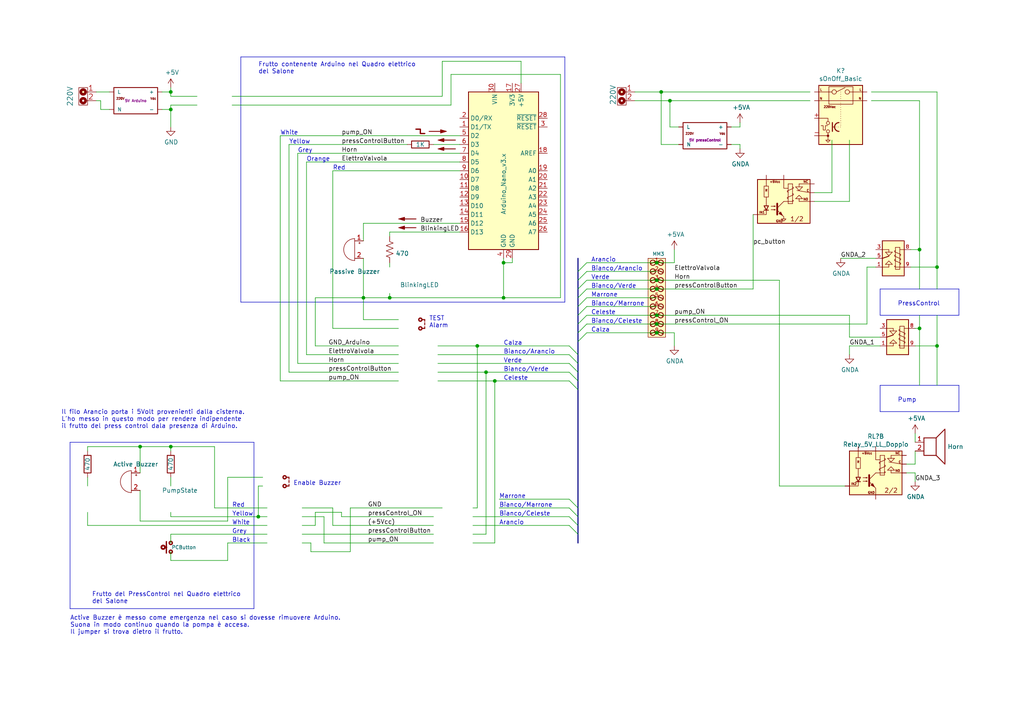
<source format=kicad_sch>
(kicad_sch (version 20230121) (generator eeschema)
  (paper "A4")
  (title_block (title "Allarme per pompa cisterna") (date "2020-02-16") (rev "1.1") (comment 2 "Esaurito un determinato tempo Arduino provvede direttamente a spegnere la pompa") (comment 3 "Il tutto prosegue fino a che la pompa si spegne") (comment 4 "Quando la pompa si accende Arduino provvede ad emettere dei suoni "))
  (lib_symbols
    (symbol "Device:Buzzer" (pin_names (offset 0.0254) hide)
      (property "Reference" "BZ" (at 3.81 1.27 0))
      (property "Value" "Buzzer" (at 3.81 -1.27 0))
      (symbol "Buzzer_1_1"
        (pin passive line (at -2.54 2.54 0) (length 2.54) (name "-") (number "1"))
        (pin passive line (at -2.54 -2.54 0) (length 2.54) (name "+") (number "2"))
      )
    )
    (symbol "Device:R" (pin_numbers hide) (pin_names (offset 0))
      (property "Reference" "R" (at 2.032 0 90))
      (property "Value" "R" (at 0 0 90))
      (symbol "R_1_1"
        (pin passive line (at 0 3.81 270) (length 1.27) (name "~") (number "1"))
        (pin passive line (at 0 -3.81 90) (length 1.27) (name "~") (number "2"))
      )
    )
    (symbol "Device:R_US" (pin_numbers hide) (pin_names (offset 0))
      (property "Reference" "R" (at 2.54 0 90))
      (property "Value" "R_US" (at -2.54 0 90))
      (symbol "R_US_1_1"
        (pin passive line (at 0 3.81 270) (length 1.27) (name "~") (number "1"))
        (pin passive line (at 0 -3.81 90) (length 1.27) (name "~") (number "2"))
      )
    )
    (symbol "Device:Speaker" (pin_names (offset 0) hide)
      (property "Reference" "LS" (at 1.27 5.715 0))
      (property "Value" "Speaker" (at 1.27 3.81 0))
      (symbol "Speaker_1_1"
        (pin input line (at -5.08 0 0) (length 2.54) (name "1") (number "1"))
        (pin input line (at -5.08 -2.54 0) (length 2.54) (name "2") (number "2"))
      )
    )
    (symbol "Graphic:SYM_Arrow_Normal" (in_bom no) (on_board no))
    (symbol "LnConnectors:CONN_02" (pin_names (offset 0.762) hide)
      (property "Reference" "J" (at 0 8.89 0))
      (property "Value" "CONN_02" (at 0 5.08 0))
      (symbol "CONN_02_1_1"
        (pin passive line (at 3.81 6.35 180) (length 3.175) (name "1") (number "1"))
        (pin passive line (at 3.81 3.81 180) (length 3.175) (name "2") (number "2"))
      )
    )
    (symbol "LnConnectors:JUMPER" (pin_names (offset 0.762) hide)
      (symbol "JUMPER_1_1"
        (pin passive line (at -1.27 0 90) (length 0) hide (name "~") (number "1"))
        (pin passive line (at 1.27 0 90) (length 0) hide (name "~") (number "2"))
      )
    )
    (symbol "LnConnectors:Mammuth_09a" (pin_names (offset 0.762) hide)
      (property "Reference" "MM" (at 8.89 6.35 0))
      (property "Value" "Mammuth_09a" (at 10.16 5.08 0))
      (symbol "Mammuth_09a_1_1"
        (pin passive line (at 0 10.16 0) (length 0) (name "1") (number "1"))
        (pin passive line (at 0 7.62 0) (length 0) (name "2") (number "2"))
        (pin passive line (at 0 5.08 0) (length 0) (name "3") (number "3"))
        (pin passive line (at 0 2.54 0) (length 0) (name "4") (number "4"))
        (pin passive line (at 0 0 0) (length 0) (name "5") (number "5"))
        (pin passive line (at 0 -2.54 0) (length 0) (name "6") (number "6"))
        (pin passive line (at 0 -5.08 0) (length 0) (name "7") (number "7"))
        (pin passive line (at 0 -7.62 0) (length 0) (name "8") (number "8"))
        (pin passive line (at 0 -10.16 0) (length 0) (name "9") (number "9"))
      )
    )
    (symbol "LnDevice:Alimentatore" (pin_names (offset 1.016))
      (property "Reference" "Al" (at 0 1.905 0))
      (property "Value" "Alimentatore" (at 0 -2.54 0))
      (symbol "Alimentatore_0_0"
        (text "Vdc" (at 5.08 0.635 0) (effects (font (size 0.635 0.635))))
      )
      (symbol "Alimentatore_0_1"
        (pin power_out line (at 7.62 2.54 180) (length 1.27) (name "+") (number "~"))
        (pin power_out line (at 7.62 -2.54 180) (length 1.27) (name "-") (number "~"))
        (pin power_in line (at -7.62 2.54 0) (length 1.27) (name "L") (number "~"))
        (pin power_in line (at -7.62 -2.54 0) (length 1.27) (name "N") (number "~"))
      )
      (symbol "Alimentatore_1_0"
        (text "220V" (at -4.445 0.635 0) (effects (font (size 0.635 0.635))))
      )
    )
    (symbol "LnDevice:Edge" (pin_numbers hide) (pin_names (offset 0)))
    (symbol "LnDevice:PulsanteNO" (pin_numbers hide) (pin_names (offset 1.016) hide)
      (property "Reference" "SW" (at 3.81 2.794 0))
      (property "Value" "PulsanteNO" (at 0 -2.032 0))
      (symbol "PulsanteNO_0_1"
        (pin passive line (at -1.27 0 0) (length 0.0254) (name "1") (number "1"))
        (pin passive line (at 1.27 0 180) (length 0.0254) (name "2") (number "2"))
      )
    )
    (symbol "LnDevice:RELAY_1RT" (pin_names (offset 1.016) hide)
      (property "Reference" "K" (at -1.27 5.08 0))
      (property "Value" "RELAY_1RT" (at 0 -5.08 0))
      (symbol "RELAY_1RT_1_1"
        (pin passive line (at 5.08 -1.27 180) (length 1.905) (name "T1") (number "1"))
        (pin passive line (at 5.08 3.81 180) (length 1.905) (name "R1") (number "3"))
        (pin passive line (at 5.08 1.27 180) (length 1.905) (name "C1") (number "5"))
        (pin input line (at -5.08 3.81 0) (length 1.905) (name "8") (number "8"))
        (pin input line (at -5.08 -1.27 0) (length 1.905) (name "9") (number "9"))
      )
    )
    (symbol "LnDevice:Relay_5V_LL_Dual" (pin_names (offset 1.016))
      (property "Reference" "RL" (at 0 2.54 0))
      (property "Value" "Relay_5V_LL_Dual" (at -1.27 -7.62 0))
      (symbol "Relay_5V_LL_Dual_0_0"
        (text "+5Vcc" (at -2.54 5.715 0) (effects (font (size 0.635 0.635))))
        (text "GND" (at -1.27 -5.715 0) (effects (font (size 0.635 0.635))))
      )
      (symbol "Relay_5V_LL_Dual_0_1"
        (pin power_in line (at -5.08 7.62 270) (length 1.27) (name "~") (number "~"))
        (pin power_in line (at 0 7.62 270) (length 1.27) (name "~") (number "~"))
      )
      (symbol "Relay_5V_LL_Dual_1_0"
        (text "1/2" (at 3.81 -5.08 0) (effects (font (size 1.27 1.27))))
        (text "C" (at 6.985 3.175 0) (effects (font (size 0.635 0.635))))
        (text "IN1" (at -6.35 -3.175 0) (effects (font (size 0.635 0.635))))
        (text "NC" (at 6.35 5.715 0) (effects (font (size 0.635 0.635))))
        (text "NO" (at 6.35 0.635 0) (effects (font (size 0.635 0.635))))
        (text "R" (at -5.08 3.175 0) (effects (font (size 0.635 0.635))))
      )
      (symbol "Relay_5V_LL_Dual_1_1"
        (pin input line (at -8.89 -3.81 0) (length 1.27) (name "~") (number "~"))
        (pin passive line (at 8.89 0 180) (length 1.27) (name "~") (number "~"))
        (pin passive line (at 8.89 2.54 180) (length 1.27) (name "~") (number "~"))
        (pin passive line (at 8.89 5.08 180) (length 1.27) (name "~") (number "~"))
      )
      (symbol "Relay_5V_LL_Dual_2_0"
        (text "2/2" (at 4.445 -5.08 0) (effects (font (size 1.27 1.27))))
        (text "C" (at 6.985 3.175 0) (effects (font (size 0.635 0.635))))
        (text "IN2" (at -6.35 -3.175 0) (effects (font (size 0.635 0.635))))
        (text "NC" (at 6.35 5.715 0) (effects (font (size 0.635 0.635))))
        (text "NO" (at 6.35 0.635 0) (effects (font (size 0.635 0.635))))
        (text "R" (at -5.08 3.175 0) (effects (font (size 0.635 0.635))))
      )
      (symbol "Relay_5V_LL_Dual_2_1"
        (pin input line (at -8.89 -3.81 0) (length 1.27) (name "~") (number "~"))
        (pin power_in line (at 0 -7.62 90) (length 1.27) (name "~") (number "~"))
        (pin passive line (at 8.89 0 180) (length 1.27) (name "~") (number "~"))
        (pin passive line (at 8.89 2.54 180) (length 1.27) (name "~") (number "~"))
        (pin passive line (at 8.89 5.08 180) (length 1.27) (name "~") (number "~"))
      )
    )
    (symbol "LnDevice:sOnOff_Basic" (pin_names (offset 1.016))
      (property "Reference" "K" (at 3.175 -0.635 0))
      (property "Value" "sOnOff_Basic" (at -5.08 10.16 0))
      (symbol "sOnOff_Basic_0_0"
        (text "220Vac" (at -3.175 0.762 0) (effects (font (size 0.635 0.635))))
        (text "L" (at -5.715 5.715 0) (effects (font (size 0.635 0.635))))
        (text "L" (at 5.715 5.715 0) (effects (font (size 0.635 0.635))))
        (text "N" (at -5.715 3.175 0) (effects (font (size 0.635 0.635))))
        (text "N" (at 5.588 3.175 0) (effects (font (size 0.635 0.635))))
      )
      (symbol "sOnOff_Basic_1_1"
        (pin passive line (at -7.62 -2.54 0) (length 1.27) (name "") (number "+"))
        (pin passive line (at -7.62 -7.62 0) (length 1.27) (name "") (number "-"))
        (pin power_in line (at -7.62 2.54 0) (length 1.27) (name "~") (number "~"))
        (pin power_in line (at -7.62 5.08 0) (length 1.27) (name "~") (number "~"))
        (pin power_out line (at 7.62 2.54 180) (length 1.27) (name "~") (number "~"))
        (pin power_out line (at 7.62 5.08 180) (length 1.27) (name "~") (number "~"))
      )
      (symbol "sOnOff_Basic_1_2"
        (pin passive line (at 7.62 -2.54 180) (length 1.27) (name "") (number "+"))
        (pin passive line (at 7.62 -7.62 180) (length 1.27) (name "") (number "-"))
        (pin power_in line (at -7.62 2.54 0) (length 1.27) (name "~") (number "~"))
        (pin power_in line (at -7.62 5.08 0) (length 1.27) (name "~") (number "~"))
        (pin power_out line (at 7.62 2.54 180) (length 1.27) (name "~") (number "~"))
        (pin power_out line (at 7.62 5.08 180) (length 1.27) (name "~") (number "~"))
      )
    )
    (symbol "MCU_Module:Arduino_Nano_v3.x"
      (property "Reference" "A" (at -10.16 23.495 0))
      (property "Value" "Arduino_Nano_v3.x" (at 5.08 -24.13 0))
      (symbol "Arduino_Nano_v3.x_1_1"
        (pin bidirectional line (at -12.7 12.7 0) (length 2.54) (name "D1/TX") (number "1"))
        (pin bidirectional line (at -12.7 -2.54 0) (length 2.54) (name "D7") (number "10"))
        (pin bidirectional line (at -12.7 -5.08 0) (length 2.54) (name "D8") (number "11"))
        (pin bidirectional line (at -12.7 -7.62 0) (length 2.54) (name "D9") (number "12"))
        (pin bidirectional line (at -12.7 -10.16 0) (length 2.54) (name "D10") (number "13"))
        (pin bidirectional line (at -12.7 -12.7 0) (length 2.54) (name "D11") (number "14"))
        (pin bidirectional line (at -12.7 -15.24 0) (length 2.54) (name "D12") (number "15"))
        (pin bidirectional line (at -12.7 -17.78 0) (length 2.54) (name "D13") (number "16"))
        (pin power_out line (at 2.54 25.4 270) (length 2.54) (name "3V3") (number "17"))
        (pin input line (at 12.7 5.08 180) (length 2.54) (name "AREF") (number "18"))
        (pin bidirectional line (at 12.7 0 180) (length 2.54) (name "A0") (number "19"))
        (pin bidirectional line (at -12.7 15.24 0) (length 2.54) (name "D0/RX") (number "2"))
        (pin bidirectional line (at 12.7 -2.54 180) (length 2.54) (name "A1") (number "20"))
        (pin bidirectional line (at 12.7 -5.08 180) (length 2.54) (name "A2") (number "21"))
        (pin bidirectional line (at 12.7 -7.62 180) (length 2.54) (name "A3") (number "22"))
        (pin bidirectional line (at 12.7 -10.16 180) (length 2.54) (name "A4") (number "23"))
        (pin bidirectional line (at 12.7 -12.7 180) (length 2.54) (name "A5") (number "24"))
        (pin bidirectional line (at 12.7 -15.24 180) (length 2.54) (name "A6") (number "25"))
        (pin bidirectional line (at 12.7 -17.78 180) (length 2.54) (name "A7") (number "26"))
        (pin power_out line (at 5.08 25.4 270) (length 2.54) (name "+5V") (number "27"))
        (pin input line (at 12.7 15.24 180) (length 2.54) (name "~{RESET}") (number "28"))
        (pin power_in line (at 2.54 -25.4 90) (length 2.54) (name "GND") (number "29"))
        (pin input line (at 12.7 12.7 180) (length 2.54) (name "~{RESET}") (number "3"))
        (pin power_in line (at -2.54 25.4 270) (length 2.54) (name "VIN") (number "30"))
        (pin power_in line (at 0 -25.4 90) (length 2.54) (name "GND") (number "4"))
        (pin bidirectional line (at -12.7 10.16 0) (length 2.54) (name "D2") (number "5"))
        (pin bidirectional line (at -12.7 7.62 0) (length 2.54) (name "D3") (number "6"))
        (pin bidirectional line (at -12.7 5.08 0) (length 2.54) (name "D4") (number "7"))
        (pin bidirectional line (at -12.7 2.54 0) (length 2.54) (name "D5") (number "8"))
        (pin bidirectional line (at -12.7 0 0) (length 2.54) (name "D6") (number "9"))
      )
    )
    (symbol "power:+5V" (power) (pin_names (offset 0))
      (property "Value" "+5V" (at 0 3.556 0))
      (symbol "+5V_1_1"
        (pin power_in line (at 0 0 90) (length 0) hide (name "+5V") (number "1"))
      )
    )
    (symbol "power:+5VA" (power) (pin_names (offset 0))
      (property "Value" "+5VA" (at 0 3.556 0))
      (symbol "+5VA_1_1"
        (pin power_in line (at 0 0 90) (length 0) hide (name "+5VA") (number "1"))
      )
    )
    (symbol "power:GND" (power) (pin_names (offset 0))
      (property "Value" "GND" (at 0 -3.81 0))
      (symbol "GND_1_1"
        (pin power_in line (at 0 0 270) (length 0) hide (name "GND") (number "1"))
      )
    )
    (symbol "power:GNDA" (power) (pin_names (offset 0))
      (property "Value" "GNDA" (at 0 -3.81 0))
      (symbol "GNDA_1_1"
        (pin power_in line (at 0 0 270) (length 0) hide (name "GNDA") (number "1"))
      )
    )
  )
  (junction (at 140.97 107.95))
  (junction (at 194.31 29.21))
  (junction (at 146.05 76.2))
  (junction (at 190.5 93.98))
  (junction (at 190.5 81.28))
  (junction (at 74.93 149.86))
  (junction (at 190.5 76.2))
  (junction (at 138.43 100.33))
  (junction (at 105.41 86.36))
  (junction (at 40.64 129.54))
  (junction (at 266.7 72.39))
  (junction (at 190.5 96.52))
  (junction (at 143.51 110.49))
  (junction (at 49.53 31.75))
  (junction (at 190.5 91.44))
  (junction (at 191.77 26.67))
  (junction (at 49.53 26.67))
  (junction (at 266.7 95.25))
  (junction (at 146.05 86.36))
  (junction (at 190.5 83.82))
  (junction (at 271.78 100.33))
  (junction (at 271.78 77.47))
  (junction (at 49.53 129.54))
  (junction (at 113.03 86.36))
  (bus_entry (at 167.64 83.82) (size 2.54 -2.54))
  (bus_entry (at 165.1 107.95) (size 2.54 2.54))
  (bus_entry (at 167.64 93.98) (size 2.54 -2.54))
  (bus_entry (at 165.1 102.87) (size 2.54 2.54))
  (bus_entry (at 165.1 110.49) (size 2.54 2.54))
  (bus_entry (at 167.64 86.36) (size 2.54 -2.54))
  (bus_entry (at 165.1 147.32) (size 2.54 2.54))
  (bus_entry (at 167.64 91.44) (size 2.54 -2.54))
  (bus_entry (at 167.64 99.06) (size 2.54 -2.54))
  (bus_entry (at 165.1 149.86) (size 2.54 2.54))
  (bus_entry (at 165.1 100.33) (size 2.54 2.54))
  (bus_entry (at 165.1 144.78) (size 2.54 2.54))
  (bus_entry (at 167.64 88.9) (size 2.54 -2.54))
  (bus_entry (at 167.64 96.52) (size 2.54 -2.54))
  (bus_entry (at 165.1 152.4) (size 2.54 2.54))
  (bus_entry (at 167.64 78.74) (size 2.54 -2.54))
  (bus_entry (at 165.1 105.41) (size 2.54 2.54))
  (bus_entry (at 167.64 81.28) (size 2.54 -2.54))
  (bus (pts (xy 167.64 88.9) (xy 167.64 91.44)))
  (wire (pts (xy 265.43 137.16) (xy 262.89 137.16)))
  (wire (pts (xy 96.52 152.4) (xy 125.73 152.4)))
  (polyline (pts (xy 255.27 91.44) (xy 278.13 91.44)))
  (wire (pts (xy 25.4 129.54) (xy 25.4 130.81)))
  (wire (pts (xy 49.53 129.54) (xy 62.23 129.54)))
  (wire (pts (xy 265.43 130.81) (xy 265.43 134.62)))
  (bus (pts (xy 167.64 74.93) (xy 167.64 78.74)))
  (wire (pts (xy 105.41 64.77) (xy 133.35 64.77)))
  (wire (pts (xy 265.43 134.62) (xy 262.89 134.62)))
  (wire (pts (xy 49.53 26.67) (xy 49.53 27.94)))
  (wire (pts (xy 96.52 49.53) (xy 96.52 95.25)))
  (wire (pts (xy 49.53 26.67) (xy 49.53 25.4)))
  (wire (pts (xy 49.53 154.94) (xy 49.53 157.48)))
  (bus (pts (xy 167.64 152.4) (xy 167.64 154.94)))
  (wire (pts (xy 251.46 77.47) (xy 251.46 93.98)))
  (wire (pts (xy 130.81 21.59) (xy 130.81 30.48)))
  (bus (pts (xy 167.64 83.82) (xy 167.64 86.36)))
  (bus (pts (xy 167.64 91.44) (xy 167.64 93.98)))
  (wire (pts (xy 266.7 29.21) (xy 266.7 72.39)))
  (wire (pts (xy 62.23 129.54) (xy 62.23 147.32)))
  (wire (pts (xy 49.53 31.75) (xy 49.53 36.83)))
  (wire (pts (xy 241.3 55.88) (xy 236.22 55.88)))
  (wire (pts (xy 46.99 26.67) (xy 49.53 26.67)))
  (wire (pts (xy 151.13 17.78) (xy 151.13 24.13)))
  (wire (pts (xy 190.5 76.2) (xy 195.58 76.2)))
  (wire (pts (xy 27.94 26.67) (xy 31.75 26.67)))
  (wire (pts (xy 49.53 148.59) (xy 49.53 149.86)))
  (wire (pts (xy 265.43 95.25) (xy 266.7 95.25)))
  (wire (pts (xy 190.5 96.52) (xy 195.58 96.52)))
  (bus (pts (xy 167.64 102.87) (xy 167.64 105.41)))
  (wire (pts (xy 67.31 30.48) (xy 130.81 30.48)))
  (wire (pts (xy 170.18 76.2) (xy 190.5 76.2)))
  (wire (pts (xy 113.03 76.2) (xy 113.03 77.47)))
  (wire (pts (xy 105.41 86.36) (xy 105.41 92.71)))
  (wire (pts (xy 218.44 83.82) (xy 190.5 83.82)))
  (wire (pts (xy 241.3 40.64) (xy 241.3 55.88)))
  (wire (pts (xy 265.43 100.33) (xy 271.78 100.33)))
  (wire (pts (xy 170.18 81.28) (xy 190.5 81.28)))
  (wire (pts (xy 138.43 100.33) (xy 165.1 100.33)))
  (wire (pts (xy 87.63 154.94) (xy 125.73 154.94)))
  (wire (pts (xy 140.97 107.95) (xy 140.97 154.94)))
  (wire (pts (xy 143.51 110.49) (xy 143.51 157.48)))
  (bus (pts (xy 167.64 86.36) (xy 167.64 88.9)))
  (wire (pts (xy 99.06 149.86) (xy 125.73 149.86)))
  (wire (pts (xy 143.51 110.49) (xy 165.1 110.49)))
  (wire (pts (xy 81.28 39.37) (xy 81.28 110.49)))
  (wire (pts (xy 67.31 27.94) (xy 128.27 27.94)))
  (polyline (pts (xy 255.27 111.76) (xy 255.27 119.38)))
  (wire (pts (xy 190.5 83.82) (xy 170.18 83.82)))
  (bus (pts (xy 167.64 96.52) (xy 167.64 99.06)))
  (wire (pts (xy 88.9 102.87) (xy 115.57 102.87)))
  (wire (pts (xy 25.4 129.54) (xy 40.64 129.54)))
  (polyline (pts (xy 278.13 111.76) (xy 255.27 111.76)))
  (wire (pts (xy 265.43 125.73) (xy 265.43 128.27)))
  (wire (pts (xy 87.63 149.86) (xy 93.98 149.86)))
  (wire (pts (xy 138.43 147.32) (xy 137.16 147.32)))
  (bus (pts (xy 167.64 147.32) (xy 167.64 149.86)))
  (wire (pts (xy 49.53 154.94) (xy 77.47 154.94)))
  (bus (pts (xy 167.64 99.06) (xy 167.64 102.87)))
  (wire (pts (xy 170.18 96.52) (xy 190.5 96.52)))
  (wire (pts (xy 255.27 100.33) (xy 246.38 100.33)))
  (bus (pts (xy 167.64 105.41) (xy 167.64 107.95)))
  (polyline (pts (xy 278.13 91.44) (xy 278.13 83.82)))
  (wire (pts (xy 195.58 76.2) (xy 195.58 72.39)))
  (wire (pts (xy 86.36 44.45) (xy 133.35 44.45)))
  (wire (pts (xy 226.06 81.28) (xy 226.06 140.97)))
  (wire (pts (xy 246.38 100.33) (xy 246.38 102.87)))
  (wire (pts (xy 194.31 29.21) (xy 184.15 29.21)))
  (polyline (pts (xy 73.66 128.27) (xy 73.66 176.53)))
  (wire (pts (xy 88.9 46.99) (xy 88.9 102.87)))
  (wire (pts (xy 40.64 137.16) (xy 40.64 129.54)))
  (wire (pts (xy 137.16 152.4) (xy 165.1 152.4)))
  (wire (pts (xy 271.78 26.67) (xy 271.78 77.47)))
  (wire (pts (xy 87.63 147.32) (xy 96.52 147.32)))
  (wire (pts (xy 146.05 76.2) (xy 148.59 76.2)))
  (wire (pts (xy 66.04 157.48) (xy 77.47 157.48)))
  (wire (pts (xy 246.38 40.64) (xy 246.38 58.42)))
  (wire (pts (xy 105.41 74.93) (xy 105.41 86.36)))
  (wire (pts (xy 127 105.41) (xy 165.1 105.41)))
  (wire (pts (xy 91.44 100.33) (xy 115.57 100.33)))
  (wire (pts (xy 196.85 41.91) (xy 191.77 41.91)))
  (polyline (pts (xy 69.85 87.63) (xy 163.83 87.63)))
  (wire (pts (xy 266.7 95.25) (xy 266.7 111.76)))
  (polyline (pts (xy 163.83 16.51) (xy 69.85 16.51)))
  (wire (pts (xy 88.9 46.99) (xy 133.35 46.99)))
  (wire (pts (xy 40.64 151.13) (xy 66.04 151.13)))
  (wire (pts (xy 46.99 31.75) (xy 49.53 31.75)))
  (wire (pts (xy 81.28 39.37) (xy 133.35 39.37)))
  (bus (pts (xy 167.64 113.03) (xy 167.64 147.32)))
  (bus (pts (xy 167.64 107.95) (xy 167.64 110.49)))
  (bus (pts (xy 167.64 154.94) (xy 167.64 157.48)))
  (wire (pts (xy 143.51 157.48) (xy 137.16 157.48)))
  (wire (pts (xy 25.4 152.4) (xy 77.47 152.4)))
  (wire (pts (xy 170.18 91.44) (xy 190.5 91.44)))
  (wire (pts (xy 246.38 97.79) (xy 255.27 97.79)))
  (wire (pts (xy 214.63 36.83) (xy 214.63 35.56)))
  (wire (pts (xy 162.56 86.36) (xy 162.56 21.59)))
  (wire (pts (xy 101.6 147.32) (xy 128.27 147.32)))
  (wire (pts (xy 127 102.87) (xy 165.1 102.87)))
  (wire (pts (xy 74.93 140.97) (xy 76.2 140.97)))
  (wire (pts (xy 29.21 31.75) (xy 31.75 31.75)))
  (polyline (pts (xy 73.66 176.53) (xy 20.32 176.53)))
  (wire (pts (xy 133.35 49.53) (xy 96.52 49.53)))
  (wire (pts (xy 25.4 148.59) (xy 25.4 152.4)))
  (bus (pts (xy 167.64 81.28) (xy 167.64 83.82)))
  (wire (pts (xy 226.06 140.97) (xy 245.11 140.97)))
  (wire (pts (xy 49.53 162.56) (xy 49.53 160.02)))
  (wire (pts (xy 191.77 26.67) (xy 234.95 26.67)))
  (wire (pts (xy 243.84 74.93) (xy 254 74.93)))
  (wire (pts (xy 96.52 147.32) (xy 96.52 152.4)))
  (wire (pts (xy 115.57 107.95) (xy 83.82 107.95)))
  (wire (pts (xy 25.4 138.43) (xy 25.4 140.97)))
  (polyline (pts (xy 20.32 176.53) (xy 20.32 128.27)))
  (wire (pts (xy 265.43 137.16) (xy 265.43 139.7)))
  (wire (pts (xy 194.31 36.83) (xy 194.31 29.21)))
  (wire (pts (xy 105.41 69.85) (xy 105.41 64.77)))
  (wire (pts (xy 271.78 100.33) (xy 271.78 111.76)))
  (wire (pts (xy 246.38 58.42) (xy 236.22 58.42)))
  (wire (pts (xy 190.5 91.44) (xy 246.38 91.44)))
  (wire (pts (xy 49.53 31.75) (xy 49.53 30.48)))
  (wire (pts (xy 271.78 77.47) (xy 271.78 83.82)))
  (wire (pts (xy 105.41 92.71) (xy 115.57 92.71)))
  (wire (pts (xy 90.17 160.02) (xy 101.6 160.02)))
  (wire (pts (xy 62.23 147.32) (xy 77.47 147.32)))
  (wire (pts (xy 170.18 93.98) (xy 190.5 93.98)))
  (polyline (pts (xy 278.13 83.82) (xy 255.27 83.82)))
  (wire (pts (xy 128.27 17.78) (xy 128.27 27.94)))
  (wire (pts (xy 264.16 72.39) (xy 266.7 72.39)))
  (wire (pts (xy 254 77.47) (xy 251.46 77.47)))
  (wire (pts (xy 162.56 21.59) (xy 130.81 21.59)))
  (wire (pts (xy 49.53 149.86) (xy 74.93 149.86)))
  (wire (pts (xy 83.82 41.91) (xy 118.11 41.91)))
  (wire (pts (xy 87.63 157.48) (xy 90.17 157.48)))
  (wire (pts (xy 196.85 36.83) (xy 194.31 36.83)))
  (wire (pts (xy 49.53 129.54) (xy 49.53 130.81)))
  (wire (pts (xy 40.64 129.54) (xy 49.53 129.54)))
  (wire (pts (xy 101.6 160.02) (xy 101.6 147.32)))
  (wire (pts (xy 66.04 151.13) (xy 66.04 138.43)))
  (wire (pts (xy 266.7 29.21) (xy 252.73 29.21)))
  (wire (pts (xy 140.97 154.94) (xy 137.16 154.94)))
  (wire (pts (xy 49.53 30.48) (xy 57.15 30.48)))
  (wire (pts (xy 234.95 29.21) (xy 194.31 29.21)))
  (wire (pts (xy 105.41 86.36) (xy 113.03 86.36)))
  (wire (pts (xy 87.63 152.4) (xy 91.44 152.4)))
  (polyline (pts (xy 255.27 83.82) (xy 255.27 91.44)))
  (wire (pts (xy 266.7 72.39) (xy 266.7 83.82)))
  (wire (pts (xy 138.43 100.33) (xy 138.43 147.32)))
  (polyline (pts (xy 278.13 119.38) (xy 278.13 111.76)))
  (wire (pts (xy 195.58 96.52) (xy 195.58 100.33)))
  (wire (pts (xy 99.06 148.59) (xy 99.06 149.86)))
  (wire (pts (xy 74.93 149.86) (xy 74.93 140.97)))
  (wire (pts (xy 212.09 36.83) (xy 214.63 36.83)))
  (wire (pts (xy 93.98 157.48) (xy 125.73 157.48)))
  (wire (pts (xy 190.5 93.98) (xy 251.46 93.98)))
  (wire (pts (xy 96.52 95.25) (xy 115.57 95.25)))
  (wire (pts (xy 113.03 68.58) (xy 113.03 67.31)))
  (wire (pts (xy 146.05 74.93) (xy 146.05 76.2)))
  (wire (pts (xy 127 107.95) (xy 140.97 107.95)))
  (wire (pts (xy 218.44 62.23) (xy 218.44 83.82)))
  (wire (pts (xy 93.98 149.86) (xy 93.98 157.48)))
  (wire (pts (xy 115.57 110.49) (xy 81.28 110.49)))
  (polyline (pts (xy 20.32 128.27) (xy 73.66 128.27)))
  (wire (pts (xy 264.16 77.47) (xy 271.78 77.47)))
  (wire (pts (xy 74.93 149.86) (xy 77.47 149.86)))
  (wire (pts (xy 113.03 86.36) (xy 146.05 86.36)))
  (wire (pts (xy 91.44 148.59) (xy 99.06 148.59)))
  (wire (pts (xy 146.05 86.36) (xy 162.56 86.36)))
  (wire (pts (xy 271.78 91.44) (xy 271.78 100.33)))
  (bus (pts (xy 167.64 149.86) (xy 167.64 152.4)))
  (wire (pts (xy 212.09 41.91) (xy 214.63 41.91)))
  (wire (pts (xy 191.77 41.91) (xy 191.77 26.67)))
  (wire (pts (xy 113.03 67.31) (xy 133.35 67.31)))
  (wire (pts (xy 170.18 78.74) (xy 190.5 78.74)))
  (wire (pts (xy 127 100.33) (xy 138.43 100.33)))
  (wire (pts (xy 140.97 107.95) (xy 165.1 107.95)))
  (wire (pts (xy 144.78 144.78) (xy 165.1 144.78)))
  (wire (pts (xy 146.05 76.2) (xy 146.05 86.36)))
  (wire (pts (xy 151.13 17.78) (xy 128.27 17.78)))
  (bus (pts (xy 167.64 93.98) (xy 167.64 96.52)))
  (wire (pts (xy 125.73 41.91) (xy 133.35 41.91)))
  (wire (pts (xy 86.36 44.45) (xy 86.36 105.41)))
  (wire (pts (xy 214.63 41.91) (xy 214.63 43.18)))
  (polyline (pts (xy 163.83 87.63) (xy 163.83 16.51)))
  (wire (pts (xy 246.38 91.44) (xy 246.38 97.79)))
  (wire (pts (xy 66.04 138.43) (xy 76.2 138.43)))
  (wire (pts (xy 49.53 138.43) (xy 49.53 140.97)))
  (wire (pts (xy 27.94 29.21) (xy 29.21 29.21)))
  (wire (pts (xy 190.5 88.9) (xy 170.18 88.9)))
  (bus (pts (xy 167.64 78.74) (xy 167.64 81.28)))
  (wire (pts (xy 127 110.49) (xy 143.51 110.49)))
  (wire (pts (xy 49.53 162.56) (xy 66.04 162.56)))
  (wire (pts (xy 184.15 26.67) (xy 191.77 26.67)))
  (wire (pts (xy 91.44 152.4) (xy 91.44 148.59)))
  (wire (pts (xy 66.04 162.56) (xy 66.04 157.48)))
  (wire (pts (xy 148.59 76.2) (xy 148.59 74.93)))
  (wire (pts (xy 29.21 29.21) (xy 29.21 31.75)))
  (wire (pts (xy 86.36 105.41) (xy 115.57 105.41)))
  (wire (pts (xy 170.18 86.36) (xy 190.5 86.36)))
  (polyline (pts (xy 255.27 119.38) (xy 278.13 119.38)))
  (wire (pts (xy 144.78 147.32) (xy 165.1 147.32)))
  (wire (pts (xy 40.64 151.13) (xy 40.64 142.24)))
  (wire (pts (xy 83.82 41.91) (xy 83.82 107.95)))
  (wire (pts (xy 137.16 149.86) (xy 165.1 149.86)))
  (wire (pts (xy 91.44 86.36) (xy 105.41 86.36)))
  (wire (pts (xy 271.78 26.67) (xy 252.73 26.67)))
  (wire (pts (xy 190.5 81.28) (xy 226.06 81.28)))
  (wire (pts (xy 91.44 86.36) (xy 91.44 100.33)))
  (polyline (pts (xy 69.85 16.51) (xy 69.85 87.63)))
  (wire (pts (xy 49.53 27.94) (xy 57.15 27.94)))
  (wire (pts (xy 90.17 157.48) (xy 90.17 160.02)))
  (wire (pts (xy 113.03 85.09) (xy 113.03 86.36)))
  (wire (pts (xy 266.7 91.44) (xy 266.7 95.25)))
  (bus (pts (xy 167.64 110.49) (xy 167.64 113.03)))
  (text "Bianco/Marrone" (at 144.78 147.32 0) (effects (font (size 1.27 1.27)) (justify left bottom)))
  (text "Arancio" (at 171.45 76.2 0) (effects (font (size 1.27 1.27)) (justify left bottom)))
  (text "Bianco/Verde" (at 171.45 83.82 0) (effects (font (size 1.27 1.27)) (justify left bottom)))
  (text "Bianco/Marrone" (at 171.45 88.9 0) (effects (font (size 1.27 1.27)) (justify left bottom)))
  (text "Grey" (at 86.36 44.45 0) (effects (font (size 1.27 1.27)) (justify left bottom)))
  (text "Verde" (at 171.45 81.28 0) (effects (font (size 1.27 1.27)) (justify left bottom)))
  (text "Frutto del PressControl nel Quadro elettrico \ndel Salone" (at 26.67 175.26 0) (effects (font (size 1.27 1.27)) (justify left bottom)))
  (text "Bianco/Verde" (at 146.05 107.95 0) (effects (font (size 1.27 1.27)) (justify left bottom)))
  (text "White" (at 81.28 39.37 0) (effects (font (size 1.27 1.27)) (justify left bottom)))
  (text "Orange" (at 88.9 46.99 0) (effects (font (size 1.27 1.27)) (justify left bottom)))
  (text "Frutto contenente Arduino nel Quadro elettrico \ndel Salone" (at 74.93 21.59 0) (effects (font (size 1.27 1.27)) (justify left bottom)))
  (text "Bianco/Celeste" (at 144.78 149.86 0) (effects (font (size 1.27 1.27)) (justify left bottom)))
  (text "Calza" (at 146.05 100.33 0) (effects (font (size 1.27 1.27)) (justify left bottom)))
  (text "Active Buzzer è messo come emergenza nel caso si dovesse rimuovere Arduino.\nSuona in modo continuo quando la pompa è accesa.\nIl jumper si trova dietro il frutto." (at 20.32 184.15 0) (effects (font (size 1.27 1.27)) (justify left bottom)))
  (text "Il filo Arancio porta i 5Volt provenienti dalla cisterna. \nL'ho messo in questo modo per rendere indipendente\nil frutto del press control dala presenza di Arduino." (at 17.78 124.46 0) (effects (font (size 1.27 1.27)) (justify left bottom)))
  (text "Yellow" (at 83.82 41.91 0) (effects (font (size 1.27 1.27)) (justify left bottom)))
  (text "White" (at 67.31 152.4 0) (effects (font (size 1.27 1.27)) (justify left bottom)))
  (text "Bianco/Arancio" (at 171.45 78.74 0) (effects (font (size 1.27 1.27)) (justify left bottom)))
  (text "TEST\nAlarm" (at 124.46 95.25 0) (effects (font (size 1.27 1.27)) (justify left bottom)))
  (text "Red" (at 96.52 49.53 0) (effects (font (size 1.27 1.27)) (justify left bottom)))
  (text "Calza" (at 171.45 96.52 0) (effects (font (size 1.27 1.27)) (justify left bottom)))
  (text "Marrone" (at 171.45 86.36 0) (effects (font (size 1.27 1.27)) (justify left bottom)))
  (text "Bianco/Celeste" (at 171.45 93.98 0) (effects (font (size 1.27 1.27)) (justify left bottom)))
  (text "Arancio" (at 144.78 152.4 0) (effects (font (size 1.27 1.27)) (justify left bottom)))
  (text "Black" (at 67.31 157.48 0) (effects (font (size 1.27 1.27)) (justify left bottom)))
  (text "Yellow" (at 67.31 149.86 0) (effects (font (size 1.27 1.27)) (justify left bottom)))
  (text "Bianco/Arancio" (at 146.05 102.87 0) (effects (font (size 1.27 1.27)) (justify left bottom)))
  (text "Celeste" (at 146.05 110.49 0) (effects (font (size 1.27 1.27)) (justify left bottom)))
  (text "Marrone" (at 144.78 144.78 0) (effects (font (size 1.27 1.27)) (justify left bottom)))
  (text "PressControl" (at 260.35 88.9 0) (effects (font (size 1.27 1.27)) (justify left bottom)))
  (text "Celeste" (at 171.45 91.44 0) (effects (font (size 1.27 1.27)) (justify left bottom)))
  (text "Pump" (at 260.35 116.84 0) (effects (font (size 1.27 1.27)) (justify left bottom)))
  (text "Grey" (at 67.31 154.94 0) (effects (font (size 1.27 1.27)) (justify left bottom)))
  (text "Enable Buzzer" (at 85.09 140.97 0) (effects (font (size 1.27 1.27)) (justify left bottom)))
  (text "Verde" (at 146.05 105.41 0) (effects (font (size 1.27 1.27)) (justify left bottom)))
  (text "Red" (at 67.31 147.32 0) (effects (font (size 1.27 1.27)) (justify left bottom)))
  (label "pressControlButton" (at 95.25 107.95 0))
  (label "GND_Arduino" (at 95.25 100.33 0))
  (label "pressControl_ON" (at 106.68 149.86 0))
  (label "pump_ON" (at 195.58 91.44 0))
  (label "GND" (at 106.68 147.32 0))
  (label "Horn" (at 195.58 81.28 0))
  (label "Horn" (at 99.06 44.45 0))
  (label "pump_ON" (at 106.68 157.48 0))
  (label "pump_ON" (at 99.06 39.37 0))
  (label "pressControl_ON" (at 195.58 93.98 0))
  (label "ElettroValvola" (at 99.06 46.99 0))
  (label "GNDA_1" (at 246.38 100.33 0))
  (label "(+5Vcc)" (at 106.68 152.4 0))
  (label "ElettroValvola" (at 95.25 102.87 0))
  (label "Horn" (at 95.25 105.41 0))
  (label "Buzzer" (at 121.92 64.77 0))
  (label "GNDA_3" (at 265.43 139.7 0))
  (label "pump_ON" (at 95.25 110.49 0))
  (label "pc_button" (at 218.44 71.12 0))
  (label "pressControlButton" (at 99.06 41.91 0))
  (label "ElettroValvola" (at 195.58 78.74 0))
  (label "BlinkingLED" (at 121.92 67.31 0))
  (label "pressControlButton" (at 106.68 154.94 0))
  (label "pressControlButton" (at 195.58 83.82 0))
  (label "GNDA_2" (at 243.84 74.93 0))
  (symbol (lib_id "MCU_Module:Arduino_Nano_v3.x") (at 146.05 49.53 0) (unit 1)
    (property "Reference" "A?" (effects hide))
    (property "Value" "Arduino_Nano_v3.x" (at 146.05 53.34 90))
    (property "Footprint" "Module:Arduino_Nano" (effects hide))
    (property "Datasheet" "http://www.mouser.com/pdfdocs/Gravitech_Arduino_Nano3_0.pdf" (effects hide))
  )
  (symbol (lib_id "Device:LED_ALT") (at 113.03 81.28 90) (unit 1)
    (property "Reference" "D?" (effects hide))
    (property "Value" "BlinkingLED" (at 116.0272 82.6262 90) (effects (justify right)))
  )
  (symbol (lib_id "Device:R_US") (at 113.03 72.39 0) (unit 1)
    (property "Reference" "R?" (effects hide))
    (property "Value" "470" (at 114.7572 73.533 0) (effects (justify left)))
  )
  (symbol (lib_id "Device:Buzzer") (at 102.87 72.39 0) (mirror y) (unit 1)
    (property "Reference" "BZ?" (effects hide))
    (property "Value" "Passive Buzzer" (at 102.87 78.74 0))
  )
  (symbol (lib_id "LnConnectors:CONN_02") (at 180.34 33.02 0) (unit 1)
    (property "Reference" "J?" (effects hide))
    (property "Value" "220V" (at 177.8 30.48 90) (effects (font (size 1.524 1.524)) (justify left)))
  )
  (symbol (lib_id "LnDevice:sOnOff_Basic") (at 243.84 31.75 0) (unit 1)
    (property "Reference" "K?" (at 243.84 20.5232 0))
    (property "Value" "sOnOff_Basic" (at 243.84 22.8346 0))
    (property "Footprint" "sOnOff" (effects hide))
    (property "Datasheet" "https://standexelectronics.com/wp-content/uploads/datasheet_reed_relay_DIP.pdf" (effects hide))
  )
  (symbol (lib_id "power:GNDA") (at 265.43 139.7 0) (unit 1)
    (property "Reference" "#PWR0104" (effects hide))
    (property "Value" "GNDA" (at 265.557 144.0942 0))
  )
  (symbol (lib_id "power:GND") (at 49.53 36.83 0) (unit 1)
    (property "Reference" "#PWR0101" (effects hide))
    (property "Value" "GND" (at 49.657 41.2242 0))
  )
  (symbol (lib_id "LnConnectors:CONN_02") (at 24.13 33.02 0) (unit 1)
    (property "Reference" "J?" (effects hide))
    (property "Value" "220V" (at 20.32 27.94 90) (effects (font (size 1.524 1.524))))
  )
  (symbol (lib_id "LnConnectors:Mammuth_09a") (at 190.5 86.36 0) (unit 1)
    (property "Reference" "MM3" (at 189.23 73.66 0) (effects (font (size 1.016 1.016)) (justify left)))
    (property "Value" "Mammuth_09a" (effects hide))
  )
  (symbol (lib_id "LnDevice:Alimentatore") (at 204.47 39.37 0) (unit 1)
    (property "Reference" "Al_5Vcc?" (effects hide))
    (property "Value" "Alimentatore" (effects hide))
    (property "Footprint" "5V pressControl" (at 204.47 40.64 0) (effects (font (size 0.762 0.762))))
  )
  (symbol (lib_id "Device:Speaker") (at 270.51 128.27 0) (unit 1)
    (property "Reference" "LS?" (effects hide))
    (property "Value" "Horn" (at 274.8026 129.54 0) (effects (justify left)))
  )
  (symbol (lib_id "Connector:Conn_01x05_Male") (at 82.55 152.4 0) (mirror x) (unit 1)
    (property "Reference" "J?" (effects hide))
    (property "Value" "Conn_01x05_Male" (effects hide))
  )
  (symbol (lib_id "Connector:Conn_01x05_Female") (at 82.55 152.4 0) (mirror x) (unit 1)
    (property "Reference" "J?" (effects hide))
    (property "Value" "Conn_01x05_Female" (effects hide))
  )
  (symbol (lib_id "power:+5VA") (at 214.63 35.56 0) (unit 1)
    (property "Reference" "#PWR0109" (effects hide))
    (property "Value" "+5VA" (at 215.011 31.1658 0))
  )
  (symbol (lib_id "power:GNDA") (at 214.63 43.18 0) (unit 1)
    (property "Reference" "#PWR0110" (effects hide))
    (property "Value" "GNDA" (at 214.757 47.5742 0))
  )
  (symbol (lib_id "LnDevice:Relay_5V_LL_Dual") (at 227.33 58.42 0) (unit 1)
    (property "Reference" "RL?" (effects hide))
    (property "Value" "Relay_5V_LL_Doppio" (effects hide))
  )
  (symbol (lib_id "LnDevice:RELAY_1RT") (at 260.35 99.06 0) (mirror y) (unit 1)
    (property "Reference" "K?" (effects hide))
    (property "Value" "RELAY_2RT" (effects hide))
  )
  (symbol (lib_id "LnDevice:PulsanteNO") (at 49.53 158.75 90) (unit 1)
    (property "Reference" "SW?" (effects hide))
    (property "Value" "PCButton" (at 53.34 158.75 90) (effects (font (size 1.016 1.016))))
  )
  (symbol (lib_id "Device:LED_ALT") (at 25.4 144.78 90) (unit 1)
    (property "Reference" "D?" (effects hide))
    (property "Value" "PCState" (at 22.86 142.24 90) (effects (justify right)))
  )
  (symbol (lib_id "Device:R") (at 121.92 41.91 270) (unit 1)
    (property "Reference" "R?" (effects hide))
    (property "Value" "1K" (at 121.92 41.91 90))
  )
  (symbol (lib_id "Device:R") (at 25.4 134.62 180) (unit 1)
    (property "Reference" "R?" (effects hide))
    (property "Value" "470" (at 25.4 134.62 90))
  )
  (symbol (lib_id "LnDevice:Relay_5V_LL_Dual") (at 254 137.16 0) (unit 2)
    (property "Reference" "RL?" (at 254 126.5682 0))
    (property "Value" "Relay_5V_LL_Doppio" (at 254 128.8796 0))
  )
  (symbol (lib_id "power:GNDA") (at 195.58 100.33 0) (unit 1)
    (property "Reference" "#PWR0111" (effects hide))
    (property "Value" "GNDA" (at 195.707 104.7242 0))
  )
  (symbol (lib_id "Device:LED_ALT") (at 49.53 144.78 90) (unit 1)
    (property "Reference" "D?" (effects hide))
    (property "Value" "PumpState" (at 46.99 142.24 90) (effects (justify right)))
  )
  (symbol (lib_id "Device:R") (at 49.53 134.62 180) (unit 1)
    (property "Reference" "R?" (effects hide))
    (property "Value" "470" (at 49.53 134.62 90))
  )
  (symbol (lib_id "power:GNDA") (at 243.84 74.93 0) (unit 1)
    (property "Reference" "#PWR0112" (effects hide))
    (property "Value" "GNDA" (at 243.967 79.3242 0))
  )
  (symbol (lib_id "power:+5VA") (at 265.43 125.73 0) (unit 1)
    (property "Reference" "#PWR0105" (effects hide))
    (property "Value" "+5VA" (at 265.811 121.3358 0))
  )
  (symbol (lib_id "Graphic:SYM_Arrow_Normal") (at 127 38.1 0) (unit 1)
    (property "Reference" "#SYM?" (effects hide))
    (property "Value" "SYM_Arrow_Normal" (effects hide))
  )
  (symbol (lib_id "Graphic:SYM_Arrow_Normal") (at 129.54 40.64 0) (mirror y) (unit 1)
    (property "Reference" "#SYM?" (effects hide))
    (property "Value" "SYM_Arrow_Normal" (effects hide))
  )
  (symbol (lib_id "Graphic:SYM_Arrow_Normal") (at 129.54 43.18 0) (mirror y) (unit 1)
    (property "Reference" "#SYM?" (effects hide))
    (property "Value" "SYM_Arrow_Normal" (effects hide))
  )
  (symbol (lib_id "Graphic:SYM_Arrow_Normal") (at 118.11 63.5 0) (mirror y) (unit 1)
    (property "Reference" "#SYM?" (effects hide))
    (property "Value" "SYM_Arrow_Normal" (effects hide))
  )
  (symbol (lib_id "Graphic:SYM_Arrow_Normal") (at 118.11 66.04 0) (mirror y) (unit 1)
    (property "Reference" "#SYM?" (effects hide))
    (property "Value" "SYM_Arrow_Normal" (effects hide))
  )
  (symbol (lib_id "power:+5VA") (at 195.58 72.39 0) (unit 1)
    (property "Reference" "#PWR0103" (effects hide))
    (property "Value" "+5VA" (at 195.961 67.9958 0))
  )
  (symbol (lib_id "LnConnectors:JUMPER") (at 82.55 139.7 270) (unit 1)
    (property "Reference" "JP?" (effects hide))
    (property "Value" "JUMPER" (effects hide))
  )
  (symbol (lib_id "power:GNDA") (at 246.38 102.87 0) (unit 1)
    (property "Reference" "#PWR0106" (effects hide))
    (property "Value" "GNDA" (at 246.507 107.2642 0))
  )
  (symbol (lib_id "power:+5V") (at 49.53 25.4 0) (unit 1)
    (property "Reference" "#PWR0102" (effects hide))
    (property "Value" "+5V" (at 49.911 21.0058 0))
  )
  (symbol (lib_id "Connector:Conn_01x05_Female") (at 120.65 105.41 0) (unit 1)
    (property "Reference" "J?" (effects hide))
    (property "Value" "Conn_01x05_Male" (effects hide))
  )
  (symbol (lib_id "Connector:Conn_01x02_Female") (at 81.28 140.97 0) (mirror x) (unit 1)
    (property "Reference" "J?" (effects hide))
    (property "Value" "Conn_01x05_Male" (effects hide))
  )
  (symbol (lib_id "Device:Buzzer") (at 38.1 139.7 0) (mirror y) (unit 1)
    (property "Reference" "BZ?" (effects hide))
    (property "Value" "Active Buzzer" (at 39.37 134.62 0))
  )
  (symbol (lib_id "Connector:Conn_01x05_Male") (at 130.81 152.4 0) (mirror y) (unit 1)
    (property "Reference" "J?" (effects hide))
    (property "Value" "Conn_01x05_Male" (effects hide))
  )
  (symbol (lib_id "Connector:Conn_01x05_Female") (at 132.08 152.4 0) (mirror y) (unit 1)
    (property "Reference" "J?" (effects hide))
    (property "Value" "Conn_01x05_Male" (effects hide))
  )
  (symbol (lib_id "LnConnectors:JUMPER") (at 121.92 93.98 270) (unit 1)
    (property "Reference" "JP?" (effects hide))
    (property "Value" "JUMPER" (effects hide))
  )
  (symbol (lib_id "Connector:Conn_01x02_Female") (at 120.65 95.25 0) (mirror x) (unit 1)
    (property "Reference" "J?" (effects hide))
    (property "Value" "Conn_01x05_Male" (effects hide))
  )
  (symbol (lib_id "LnDevice:Alimentatore") (at 39.37 29.21 0) (unit 1)
    (property "Reference" "Al_5Vcc?" (effects hide))
    (property "Value" "Alimentatore" (effects hide))
    (property "Footprint" "5V Arduino" (at 39.37 29.21 0) (effects (font (size 0.762 0.762))))
  )
  (symbol (lib_id "Connector:Conn_01x05_Male") (at 121.92 105.41 0) (unit 1)
    (property "Reference" "J?" (effects hide))
    (property "Value" "Conn_01x05_Male" (effects hide))
  )
  (symbol (lib_id "Connector:Conn_01x02_Female") (at 62.23 30.48 0) (mirror x) (unit 1)
    (property "Reference" "J?" (effects hide))
    (property "Value" "Conn_01x05_Female" (effects hide))
  )
  (symbol (lib_id "LnDevice:RELAY_1RT") (at 259.08 76.2 0) (mirror y) (unit 1)
    (property "Reference" "K?" (effects hide))
    (property "Value" "RELAY_2RT" (effects hide))
  )
  (symbol (lib_id "Connector:Conn_01x02_Male") (at 62.23 30.48 0) (mirror x) (unit 1)
    (property "Reference" "J?" (effects hide))
    (property "Value" "Conn_01x05_Female" (effects hide))
  )
  (symbol (lib_id "LnDevice:Edge") (at 121.92 39.37 0) (unit 1)
    (property "Reference" "SW?" (effects hide))
    (property "Value" "Edge" (effects hide))
  )
)
</source>
